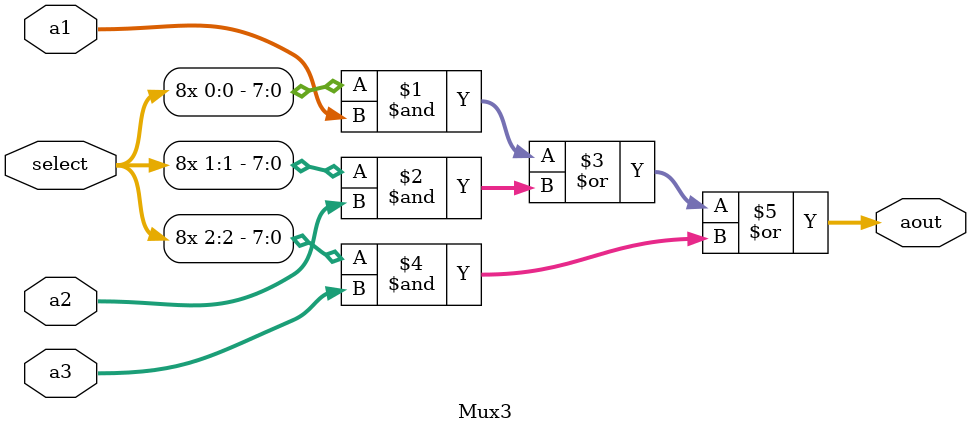
<source format=sv>
module arc4(input logic clk, input logic rst_n,
            input logic en, output logic rdy,
            input logic [23:0] key,
            output logic [7:0] ct_addr, input logic [7:0] ct_rddata,
            output logic [7:0] pt_addr, input logic [7:0] pt_rddata, output logic [7:0] pt_wrdata, output logic pt_wren);

    // your code here

   logic[7:0] address, address_init, address_ksa, address_prga;
   logic[7:0] data, wrdata_init, wrdata_ksa, wrdata_prga;
   logic wren, wren_init, wren_ksa, wren_prga;
   logic en_init, en_ksa, en_prga;
   logic rdy_init, rdy_ksa, rdy_prga;

   logic[2:0] sel;
   logic[7:0] mem_out;
   logic[3:0] STATE;

    s_mem s( .address(address), .clock(clk), .data(data), .wren(wren), .q(mem_out));

    init i( .clk(clk), .rst_n(rst_n), .en(en_init), .rdy(rdy_init), .addr(address_init), .wrdata(wrdata_init), .wren(wren_init));

    ksa k( .clk(clk), .rst_n(rst_n), .en(en_ksa), .rdy(rdy_ksa), .key(key), .addr(address_ksa), .rddata(mem_out), .wrdata(wrdata_ksa), .wren(wren_ksa));

    prga p( .clk(clk), .rst_n(rst_n), .en(en_prga), .rdy(rdy_prga), .key(key), .s_addr(address_prga), .s_rddata(mem_out), .s_wrdata(wrdata_prga), .s_wren(wren_prga), 
            .ct_addr(ct_addr), .ct_rddata(ct_rddata), .pt_addr(pt_addr), .pt_rddata(pt_rddata), .pt_wrdata(pt_wrdata), .pt_wren(pt_wren) );

   
   Mux3 #(8) mux_addr(address_prga, address_ksa, address_init, sel, address);
   Mux3 #(8) mux_data(wrdata_prga, wrdata_ksa, wrdata_init, sel, data);
   Mux3 #(1) mux_wren(wren_prga, wren_ksa, wren_init, sel, wren);

   always_ff@(posedge clk, negedge rst_n) begin
      if(rst_n == 0) begin
      STATE <= 4'd0;
      end

      else begin
          case(STATE)
          4'd0 : begin
                 rdy <= 1'b1;
                 en_init <= 1'b0;
                 en_ksa <=  1'b0;
                 en_prga <= 1'b0;
                
                if(en == 1'b1) 
                   STATE <= 4'd1;        

                end

           //START INIT
           4'd1 : begin
                  rdy <= 1'b0;
                 
                  if(rdy_init == 1'b1) begin
                    en_init <= 1'b1; 
                    sel <= 3'b001;

                    STATE <= 4'd2;
                   end
               
                 end

            //SET EN_INIT TO 0
            4'd2 : begin
                   en_init <= 1'b0;
                   
                   STATE <= 4'd3;
                   end

 
           //START KSA 
           4'd3 : begin
                   //wait for init to finish
                   if((rdy_init == 1'b1) && (rdy_ksa == 1'b1)) begin
                    en_ksa <= 1'b1;
                    sel <= 3'b010;

                    STATE <= 4'd4;
                     end
                   end

            //SET EN_KSA TO 0
            4'd4 : begin
                     en_ksa <= 1'b0;

                     STATE <= 4'd5;
                     end


              //START PRGA
              4'd5 : begin
                    //wait for ksa to finish
                    if((rdy_ksa == 1'b1) && (rdy_prga == 1'b1)) begin

                    en_prga <= 1'b1;
                    sel <= 3'b100; 

                        STATE <= 4'd6;

                        end
                    end

               //SET EN_PRGA TO 0
               4'd6 : begin
                      en_prga <= 1'b0;
                   
                      STATE <= 4'd7;
                      end

               //DONE
               4'd7 : begin
                      //wait for prga to finish
                      if(rdy_prga == 1'b1) begin
                         rdy <= 1'b1;

                         STATE <= 4'd0;
                        end
                      end

               default : STATE <= 4'd0;

            endcase
   end
end

 

endmodule: arc4


module Mux3(a3, a2, a1, select, aout);
parameter k = 8;
input[k-1:0] a3, a2, a1;
input[2:0] select;
output logic[k-1:0] aout;


assign aout = ({k{select[0]}} & a1) | ({k{select[1]}} & a2) | ({k{select[2]}} & a3) ;

endmodule: Mux3
</source>
